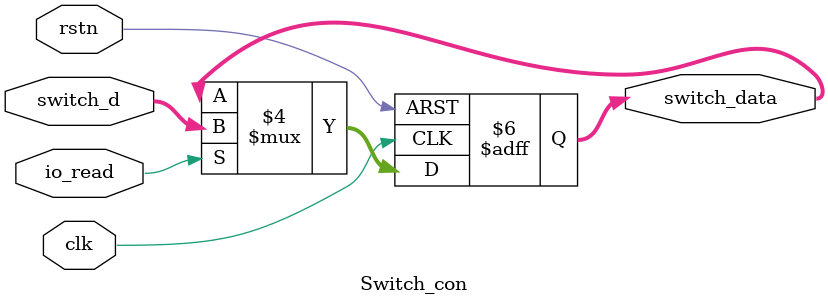
<source format=v>
`timescale 1ns / 1ps
module Switch_con(
    input clk,
    input rstn,
    input io_read,
    input [15:0]switch_d,
    output reg [15:0] switch_data
);

always @(posedge clk,negedge rstn)
begin
    if (!rstn)
        switch_data <= 16'b0;
    else if (io_read)
        switch_data <= switch_d;
    else
        switch_data <= switch_data;
end
endmodule
</source>
